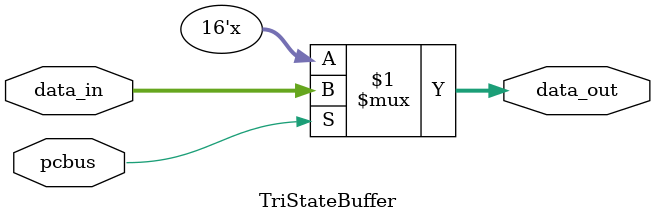
<source format=v>
module TriStateBuffer (
    input [15:0] data_in,   // Input data from the Program Counter
    input pcbus,            // Control signal to enable/disable the buffer
    output tri [15:0] data_out // Buffered output
);

    assign data_out = pcbus ? data_in : 16'bz; // Drive data to output if pcbus is asserted, else high impedance

endmodule

</source>
